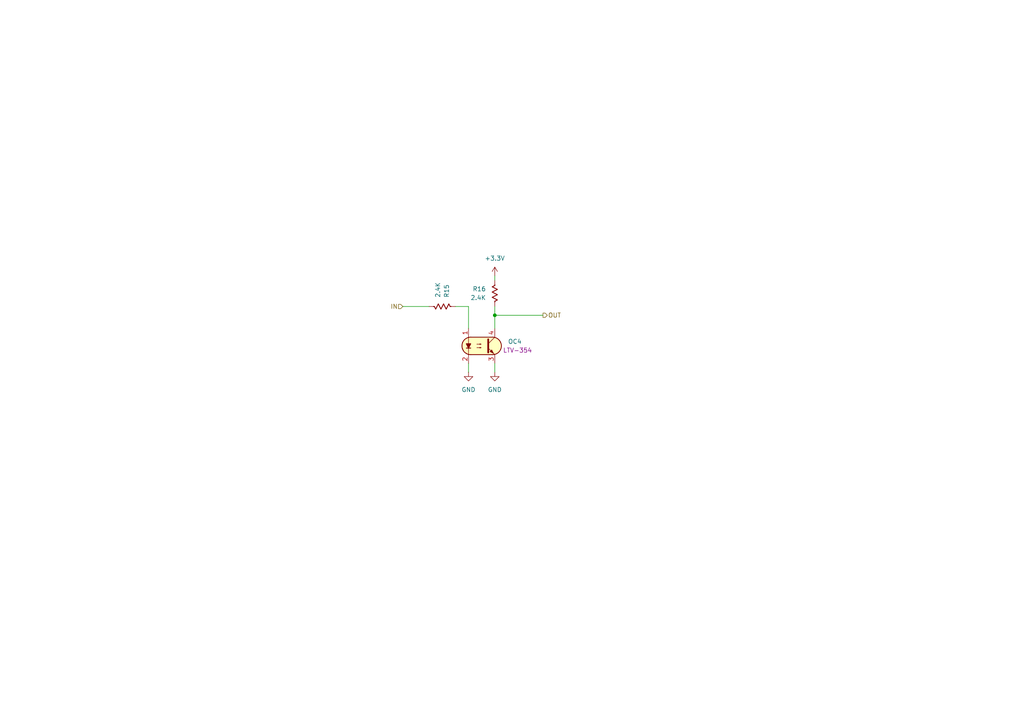
<source format=kicad_sch>
(kicad_sch (version 20250114) (generator "eeschema") (generator_version "9.0")
  (paper "A4")
  (lib_symbols
    (symbol "GP8211S-TC50:R_0603" (pin_numbers (hide yes)) (pin_names (offset 0))
      (property "Reference" "R" (at 2.54 1.27 0))
      (property "Value" "R_0603" (at 2.54 -1.27 0))
      (symbol "R_0603_0_1"
        (polyline (pts (xy 0 2.286) (xy 0 2.54)) (stroke (width 0.254)))
        (polyline (pts (xy 0 2.286) (xy 0.762 1.905) (xy -0.762 1.143) (xy 0 0.762) (xy 0.762 0.381) (xy 0 0) (xy -0.762 -0.381) (xy 0 -0.762) (xy 0.762 -1.143) (xy 0 -1.524) (xy -0.762 -1.905) (xy 0 -2.286)) (stroke (width 0.254)))
        (polyline (pts (xy 0 -2.286) (xy 0 -2.54)) (stroke (width 0.254)))
      )
      (symbol "R_0603_0_2"
        (polyline (pts (xy -2.54 -2.54) (xy -1.778 -1.778)))
        (polyline (pts (xy -1.778 -1.778) (xy -1.524 -1.524)) (stroke (width 0.254)))
        (polyline (pts (xy -1.524 -1.524) (xy -1.778 -0.762) (xy -1.016 -1.016)) (stroke (width 0.254)))
        (polyline (pts (xy -0.508 -0.508) (xy -0.762 0.254) (xy 0 0)) (stroke (width 0.254)))
        (polyline (pts (xy -0.508 -0.508) (xy -0.254 -1.27) (xy -1.016 -1.016)) (stroke (width 0.254)))
        (polyline (pts (xy 0.508 0.508) (xy 0.254 1.27) (xy 1.016 1.016)) (stroke (width 0.254)))
        (polyline (pts (xy 0.508 0.508) (xy 0.762 -0.254) (xy 0 0)) (stroke (width 0.254)))
        (polyline (pts (xy 1.524 1.524) (xy 1.778 0.762) (xy 1.016 1.016)) (stroke (width 0.254)))
        (polyline (pts (xy 1.778 1.778) (xy 1.524 1.524)) (stroke (width 0.254)))
        (polyline (pts (xy 1.778 1.778) (xy 2.54 2.54)))
      )
      (symbol "R_0603_1_1"
        (pin passive line (at 0 3.81 270) (length 1.27) (name "~") (number "1"))
        (pin passive line (at 0 -3.81 90) (length 1.27) (name "~") (number "2"))
      )
      (symbol "R_0603_1_2"
        (pin passive line (at -2.54 -2.54 0) (length 0) (name "") (number "2"))
        (pin passive line (at 2.54 2.54 180) (length 0) (name "") (number "1"))
      )
    )
    (symbol "Optocoupler_AKL:FOD817S" (pin_names (offset 1.016))
      (property "Reference" "OC" (at 6.35 1.27 0))
      (property "Value" "FOD817S" (at 6.35 -1.27 0))
      (symbol "FOD817S_0_1"
        (polyline (pts (xy -4.445 -0.635) (xy -3.175 -0.635)) (stroke (width 0.254)))
        (polyline (pts (xy -3.81 -0.635) (xy -4.445 0.635) (xy -3.175 0.635) (xy -3.81 -0.635)) (stroke (width 0.254)) (fill (type outline)))
        (polyline (pts (xy -3.81 -2.54) (xy -3.81 -1.27) (xy -3.81 2.54)) (stroke (width 0.1524)))
        (polyline (pts (xy -3.175 2.54) (xy 3.175 2.54)) (stroke (width 0.254)))
        (arc (start -3.1975 -2.54) (mid -5.7151 0) (end -3.1975 2.54) (stroke (width 0.254)))
        (polyline (pts (xy -2.54 2.54) (xy 3.429 2.54) (xy 4.318 2.286) (xy 4.699 2.032) (xy 5.08 1.651) (xy 5.461 1.016) (xy 5.715 0.381) (xy 5.715 -0.381) (xy 5.461 -1.143) (xy 4.826 -1.905) (xy 4.191 -2.286) (xy 3.302 -2.54) (xy -3.81 -2.54) (xy -3.81 -2.54) (xy -4.572 -2.032) (xy -5.08 -1.778) (xy -5.588 -0.508) (xy -5.588 0.254) (xy -5.588 1.016) (xy -5.08 1.778) (xy -4.318 2.286) (xy -3.556 2.54) (xy -2.54 2.54)) (stroke (width 0.01)) (fill (type background)))
        (polyline (pts (xy -1.397 0.508) (xy -0.127 0.508) (xy -0.508 0.381) (xy -0.508 0.635) (xy -0.127 0.508)))
        (polyline (pts (xy -1.397 -0.508) (xy -0.127 -0.508) (xy -0.508 -0.635) (xy -0.508 -0.381) (xy -0.127 -0.508)))
        (polyline (pts (xy 1.905 1.905) (xy 1.905 -1.905) (xy 1.905 -1.905)) (stroke (width 0.508)))
        (polyline (pts (xy 1.905 0.635) (xy 3.81 2.54)))
        (polyline (pts (xy 2.413 -1.651) (xy 2.921 -1.143) (xy 3.429 -2.159) (xy 2.413 -1.651) (xy 2.413 -1.651)) (fill (type outline)))
        (arc (start 3.1975 2.54) (mid 5.7151 0) (end 3.1975 -2.54) (stroke (width 0.254)))
        (polyline (pts (xy 3.175 -2.54) (xy -3.175 -2.54)) (stroke (width 0.254)))
        (polyline (pts (xy 3.81 -2.54) (xy 1.905 -0.635)) (fill (type outline)))
      )
      (symbol "FOD817S_1_1"
        (pin passive line (at -3.81 5.08 270) (length 2.54) (name "~") (number "1"))
        (pin passive line (at -3.81 -5.08 90) (length 2.54) (name "~") (number "2"))
        (pin passive line (at 3.81 5.08 270) (length 2.54) (name "~") (number "4"))
        (pin passive line (at 3.81 -5.08 90) (length 2.54) (name "~") (number "3"))
      )
    )
    (symbol "power:+3.3V" (power) (pin_numbers (hide yes)) (pin_names (offset 0) (hide yes))
      (property "Value" "+3.3V" (at 0 3.556 0))
      (symbol "+3.3V_0_1"
        (polyline (pts (xy -0.762 1.27) (xy 0 2.54)))
        (polyline (pts (xy 0 2.54) (xy 0.762 1.27)))
        (polyline (pts (xy 0 0) (xy 0 2.54)))
      )
      (symbol "+3.3V_1_1"
        (pin power_in line (at 0 0 90) (length 0) (name "~") (number "1"))
      )
    )
    (symbol "power:GND" (power) (pin_numbers (hide yes)) (pin_names (offset 0) (hide yes))
      (property "Value" "GND" (at 0 -3.81 0))
      (symbol "GND_0_1"
        (polyline (pts (xy 0 0) (xy 0 -1.27) (xy 1.27 -1.27) (xy 0 -2.54) (xy -1.27 -1.27) (xy 0 -1.27)))
      )
      (symbol "GND_1_1"
        (pin power_in line (at 0 0 270) (length 0) (name "~") (number "1"))
      )
    )
  )
  (junction (at 143.51 91.44))
  (wire (pts (xy 135.89 88.9) (xy 135.89 95.25)))
  (wire (pts (xy 135.89 105.41) (xy 135.89 107.95)))
  (wire (pts (xy 132.08 88.9) (xy 135.89 88.9)))
  (wire (pts (xy 143.51 80.01) (xy 143.51 81.28)))
  (wire (pts (xy 116.84 88.9) (xy 124.46 88.9)))
  (wire (pts (xy 143.51 105.41) (xy 143.51 107.95)))
  (wire (pts (xy 143.51 91.44) (xy 143.51 95.25)))
  (wire (pts (xy 143.51 91.44) (xy 157.48 91.44)))
  (wire (pts (xy 143.51 88.9) (xy 143.51 91.44)))
  (hierarchical_label "OUT" (shape output) (at 157.48 91.44 0))
  (hierarchical_label "IN" (shape input) (at 116.84 88.9 180))
  (symbol (lib_id "GP8211S-TC50:R_0603") (at 143.51 85.09 0) (mirror x) (unit 1)
    (property "Reference" "R16" (at 140.97 83.8199 0) (effects (justify right)))
    (property "Value" "2.4K" (at 140.97 86.3599 0) (effects (justify right)))
    (property "Footprint" "PCM_Resistor_SMD_AKL:R_0603_1608Metric" (effects (hide yes)))
    (property "Description" "SMD 0603 Chip Resistor, US Symbol, Alternate KiCad Library" (effects (hide yes)))
  )
  (symbol (lib_id "GP8211S-TC50:R_0603") (at 128.27 88.9 90) (mirror x) (unit 1)
    (property "Reference" "R15" (at 129.5401 86.36 0) (effects (justify right)))
    (property "Value" "2.4K" (at 127.0001 86.36 0) (effects (justify right)))
    (property "Footprint" "PCM_Resistor_SMD_AKL:R_0603_1608Metric" (effects (hide yes)))
    (property "Description" "SMD 0603 Chip Resistor, US Symbol, Alternate KiCad Library" (effects (hide yes)))
  )
  (symbol (lib_id "power:GND") (at 135.89 107.95 0) (unit 1)
    (property "Reference" "#PWR029" (effects (hide yes)))
    (property "Value" "GND" (at 135.89 113.03 0))
    (property "Description" "Power symbol creates a global label with name \"GND\" , ground" (effects (hide yes)))
  )
  (symbol (lib_id "power:GND") (at 143.51 107.95 0) (unit 1)
    (property "Reference" "#PWR031" (effects (hide yes)))
    (property "Value" "GND" (at 143.51 113.03 0))
    (property "Description" "Power symbol creates a global label with name \"GND\" , ground" (effects (hide yes)))
  )
  (symbol (lib_id "Optocoupler_AKL:FOD817S") (at 139.7 100.33 0) (unit 1)
    (property "Reference" "OC4" (at 147.32 99.0599 0) (effects (justify left)))
    (property "Value" "FOD817S" (effects (hide yes)))
    (property "Footprint" "Package_DIP_AKL:SMDIP-4_W9.53mm" (effects (hide yes)))
    (property "Datasheet" "https://www.tme.eu/Document/3a0358906a5fcb3aa253d025de809a1d/FOD814300W.PDF" (effects (hide yes)))
    (property "Description" "SMDIP-4 Optocoupler, Transistor output, 5kV, 8us, Alternate KiCAD Library" (effects (hide yes)))
    (property "Part Number" "LTV-354" (at 150.114 101.6 0))
  )
  (symbol (lib_id "power:+3.3V") (at 143.51 80.01 0) (unit 1)
    (property "Reference" "#PWR030" (effects (hide yes)))
    (property "Value" "+3.3V" (at 143.51 74.93 0))
    (property "Description" "Power symbol creates a global label with name \"+3.3V\"" (effects (hide yes)))
  )
)
</source>
